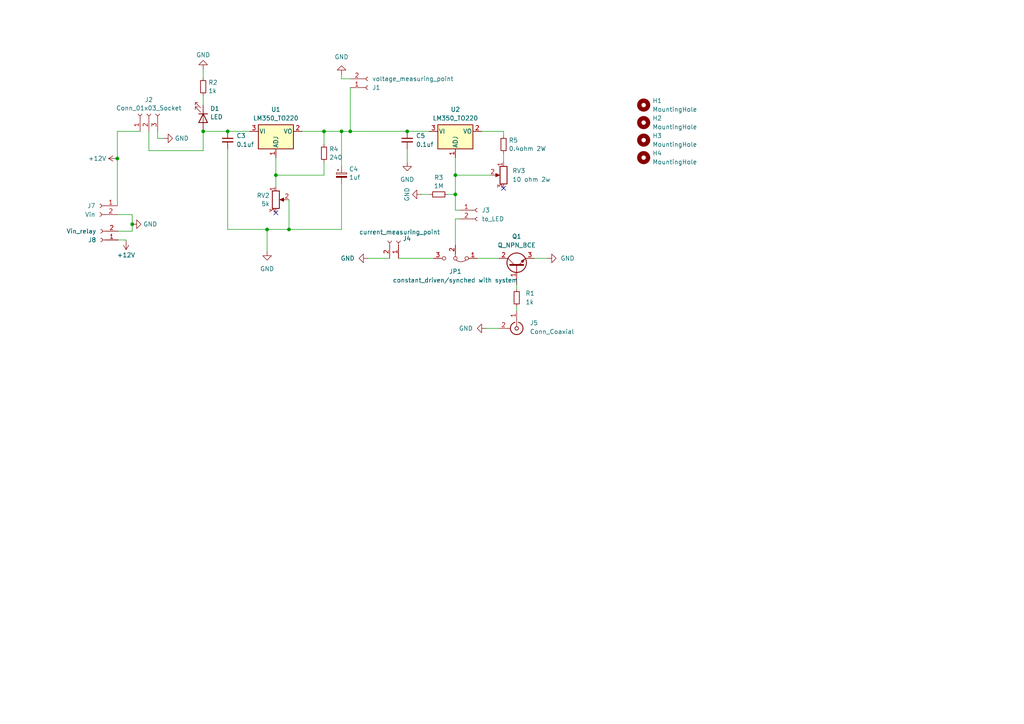
<source format=kicad_sch>
(kicad_sch (version 20230121) (generator eeschema)
  (paper "A4")
  (lib_symbols
    (symbol "Connector:Conn_01x02_Socket" (pin_names (offset 1.016) hide)
      (property "Reference" "J" (at 0 2.54 0))
      (property "Value" "Conn_01x02_Socket" (at 0 -5.08 0))
      (symbol "Conn_01x02_Socket_1_1"
        (arc (start 0 -2.032) (mid -0.5058 -2.54) (end 0 -3.048) (stroke (width 0.1524)))
        (polyline (pts (xy -1.27 -2.54) (xy -0.508 -2.54)) (stroke (width 0.1524)))
        (polyline (pts (xy -1.27 0) (xy -0.508 0)) (stroke (width 0.1524)))
        (arc (start 0 0.508) (mid -0.5058 0) (end 0 -0.508) (stroke (width 0.1524)))
        (pin passive line (at -5.08 0 0) (length 3.81) (name "Pin_1") (number "1"))
        (pin passive line (at -5.08 -2.54 0) (length 3.81) (name "Pin_2") (number "2"))
      )
    )
    (symbol "Connector:Conn_01x03_Socket" (pin_names (offset 1.016) hide)
      (property "Reference" "J" (at 0 5.08 0))
      (property "Value" "Conn_01x03_Socket" (at 0 -5.08 0))
      (symbol "Conn_01x03_Socket_1_1"
        (arc (start 0 -2.032) (mid -0.5058 -2.54) (end 0 -3.048) (stroke (width 0.1524)))
        (polyline (pts (xy -1.27 -2.54) (xy -0.508 -2.54)) (stroke (width 0.1524)))
        (polyline (pts (xy -1.27 0) (xy -0.508 0)) (stroke (width 0.1524)))
        (polyline (pts (xy -1.27 2.54) (xy -0.508 2.54)) (stroke (width 0.1524)))
        (arc (start 0 0.508) (mid -0.5058 0) (end 0 -0.508) (stroke (width 0.1524)))
        (arc (start 0 3.048) (mid -0.5058 2.54) (end 0 2.032) (stroke (width 0.1524)))
        (pin passive line (at -5.08 2.54 0) (length 3.81) (name "Pin_1") (number "1"))
        (pin passive line (at -5.08 0 0) (length 3.81) (name "Pin_2") (number "2"))
        (pin passive line (at -5.08 -2.54 0) (length 3.81) (name "Pin_3") (number "3"))
      )
    )
    (symbol "Connector:Conn_Coaxial" (pin_names (offset 1.016) hide)
      (property "Reference" "J" (at 0.254 3.048 0))
      (property "Value" "Conn_Coaxial" (at 2.921 0 90))
      (symbol "Conn_Coaxial_0_1"
        (arc (start -1.778 -0.508) (mid 0.2311 -1.8066) (end 1.778 0) (stroke (width 0.254)))
        (polyline (pts (xy -2.54 0) (xy -0.508 0)))
        (polyline (pts (xy 0 -2.54) (xy 0 -1.778)))
        (circle (center 0 0) (radius 0.508) (stroke (width 0.2032)))
        (arc (start 1.778 0) (mid 0.2099 1.8101) (end -1.778 0.508) (stroke (width 0.254)))
      )
      (symbol "Conn_Coaxial_1_1"
        (pin passive line (at -5.08 0 0) (length 2.54) (name "In") (number "1"))
        (pin passive line (at 0 -5.08 90) (length 2.54) (name "Ext") (number "2"))
      )
    )
    (symbol "Device:C_Polarized_Small" (pin_numbers hide) (pin_names (offset 0.254) hide)
      (property "Reference" "C" (at 0.254 1.778 0))
      (property "Value" "C_Polarized_Small" (at 0.254 -2.032 0))
      (symbol "C_Polarized_Small_0_1"
        (rectangle (start -1.524 -0.3048) (end 1.524 -0.6858) (fill (type outline)))
        (rectangle (start -1.524 0.6858) (end 1.524 0.3048))
        (polyline (pts (xy -1.27 1.524) (xy -0.762 1.524)))
        (polyline (pts (xy -1.016 1.27) (xy -1.016 1.778)))
      )
      (symbol "C_Polarized_Small_1_1"
        (pin passive line (at 0 2.54 270) (length 1.8542) (name "~") (number "1"))
        (pin passive line (at 0 -2.54 90) (length 1.8542) (name "~") (number "2"))
      )
    )
    (symbol "Device:C_Small" (pin_numbers hide) (pin_names (offset 0.254) hide)
      (property "Reference" "C" (at 0.254 1.778 0))
      (property "Value" "C_Small" (at 0.254 -2.032 0))
      (symbol "C_Small_0_1"
        (polyline (pts (xy -1.524 -0.508) (xy 1.524 -0.508)) (stroke (width 0.3302)))
        (polyline (pts (xy -1.524 0.508) (xy 1.524 0.508)) (stroke (width 0.3048)))
      )
      (symbol "C_Small_1_1"
        (pin passive line (at 0 2.54 270) (length 2.032) (name "~") (number "1"))
        (pin passive line (at 0 -2.54 90) (length 2.032) (name "~") (number "2"))
      )
    )
    (symbol "Device:LED" (pin_numbers hide) (pin_names (offset 1.016) hide)
      (property "Reference" "D" (at 0 2.54 0))
      (property "Value" "LED" (at 0 -2.54 0))
      (symbol "LED_0_1"
        (polyline (pts (xy -1.27 -1.27) (xy -1.27 1.27)) (stroke (width 0.254)))
        (polyline (pts (xy -1.27 0) (xy 1.27 0)))
        (polyline (pts (xy 1.27 -1.27) (xy 1.27 1.27) (xy -1.27 0) (xy 1.27 -1.27)) (stroke (width 0.254)))
        (polyline (pts (xy -3.048 -0.762) (xy -4.572 -2.286) (xy -3.81 -2.286) (xy -4.572 -2.286) (xy -4.572 -1.524)))
        (polyline (pts (xy -1.778 -0.762) (xy -3.302 -2.286) (xy -2.54 -2.286) (xy -3.302 -2.286) (xy -3.302 -1.524)))
      )
      (symbol "LED_1_1"
        (pin passive line (at -3.81 0 0) (length 2.54) (name "K") (number "1"))
        (pin passive line (at 3.81 0 180) (length 2.54) (name "A") (number "2"))
      )
    )
    (symbol "Device:Q_NPN_BCE" (pin_names (offset 0) hide)
      (property "Reference" "Q" (at 5.08 1.27 0))
      (property "Value" "Q_NPN_BCE" (at 5.08 -1.27 0))
      (symbol "Q_NPN_BCE_0_1"
        (polyline (pts (xy 0.635 0.635) (xy 2.54 2.54)))
        (polyline (pts (xy 0.635 -0.635) (xy 2.54 -2.54) (xy 2.54 -2.54)))
        (polyline (pts (xy 0.635 1.905) (xy 0.635 -1.905) (xy 0.635 -1.905)) (stroke (width 0.508)))
        (polyline (pts (xy 1.27 -1.778) (xy 1.778 -1.27) (xy 2.286 -2.286) (xy 1.27 -1.778) (xy 1.27 -1.778)) (fill (type outline)))
        (circle (center 1.27 0) (radius 2.8194) (stroke (width 0.254)))
      )
      (symbol "Q_NPN_BCE_1_1"
        (pin input line (at -5.08 0 0) (length 5.715) (name "B") (number "1"))
        (pin passive line (at 2.54 5.08 270) (length 2.54) (name "C") (number "2"))
        (pin passive line (at 2.54 -5.08 90) (length 2.54) (name "E") (number "3"))
      )
    )
    (symbol "Device:R_Potentiometer" (pin_names (offset 1.016) hide)
      (property "Reference" "RV" (at -4.445 0 90))
      (property "Value" "R_Potentiometer" (at -2.54 0 90))
      (symbol "R_Potentiometer_0_1"
        (polyline (pts (xy 2.54 0) (xy 1.524 0)))
        (polyline (pts (xy 1.143 0) (xy 2.286 0.508) (xy 2.286 -0.508) (xy 1.143 0)) (fill (type outline)))
        (rectangle (start 1.016 2.54) (end -1.016 -2.54) (stroke (width 0.254)))
      )
      (symbol "R_Potentiometer_1_1"
        (pin passive line (at 0 3.81 270) (length 1.27) (name "1") (number "1"))
        (pin passive line (at 3.81 0 180) (length 1.27) (name "2") (number "2"))
        (pin passive line (at 0 -3.81 90) (length 1.27) (name "3") (number "3"))
      )
    )
    (symbol "Device:R_Small" (pin_numbers hide) (pin_names (offset 0.254) hide)
      (property "Reference" "R" (at 0.762 0.508 0))
      (property "Value" "R_Small" (at 0.762 -1.016 0))
      (symbol "R_Small_0_1"
        (rectangle (start -0.762 1.778) (end 0.762 -1.778) (stroke (width 0.2032)))
      )
      (symbol "R_Small_1_1"
        (pin passive line (at 0 2.54 270) (length 0.762) (name "~") (number "1"))
        (pin passive line (at 0 -2.54 90) (length 0.762) (name "~") (number "2"))
      )
    )
    (symbol "Jumper:Jumper_3_Bridged12" (pin_names (offset 0) hide)
      (property "Reference" "JP" (at -2.54 -2.54 0))
      (property "Value" "Jumper_3_Bridged12" (at 0 2.794 0))
      (symbol "Jumper_3_Bridged12_0_0"
        (circle (center -3.302 0) (radius 0.508))
        (circle (center 0 0) (radius 0.508))
        (circle (center 3.302 0) (radius 0.508))
      )
      (symbol "Jumper_3_Bridged12_0_1"
        (arc (start -0.254 0.508) (mid -1.651 0.9912) (end -3.048 0.508))
        (polyline (pts (xy 0 -1.27) (xy 0 -0.508)))
      )
      (symbol "Jumper_3_Bridged12_1_1"
        (pin passive line (at -6.35 0 0) (length 2.54) (name "A") (number "1"))
        (pin passive line (at 0 -3.81 90) (length 2.54) (name "C") (number "2"))
        (pin passive line (at 6.35 0 180) (length 2.54) (name "B") (number "3"))
      )
    )
    (symbol "Mechanical:MountingHole" (pin_names (offset 1.016))
      (property "Reference" "H" (at 0 5.08 0))
      (property "Value" "MountingHole" (at 0 3.175 0))
      (symbol "MountingHole_0_1"
        (circle (center 0 0) (radius 1.27) (stroke (width 1.27)))
      )
    )
    (symbol "Regulator_Linear:LM350_TO220" (pin_names (offset 0.254))
      (property "Reference" "U" (at -3.81 3.175 0))
      (property "Value" "LM350_TO220" (at 0 3.175 0))
      (symbol "LM350_TO220_0_1"
        (rectangle (start -5.08 1.905) (end 5.08 -5.08) (stroke (width 0.254)) (fill (type background)))
      )
      (symbol "LM350_TO220_1_1"
        (pin input line (at 0 -7.62 90) (length 2.54) (name "ADJ") (number "1"))
        (pin power_out line (at 7.62 0 180) (length 2.54) (name "VO") (number "2"))
        (pin power_in line (at -7.62 0 0) (length 2.54) (name "VI") (number "3"))
      )
    )
    (symbol "power:+12V" (power) (pin_names (offset 0))
      (property "Value" "+12V" (at 0 3.556 0))
      (symbol "+12V_0_1"
        (polyline (pts (xy -0.762 1.27) (xy 0 2.54)))
        (polyline (pts (xy 0 0) (xy 0 2.54)))
        (polyline (pts (xy 0 2.54) (xy 0.762 1.27)))
      )
      (symbol "+12V_1_1"
        (pin power_in line (at 0 0 90) (length 0) hide (name "+12V") (number "1"))
      )
    )
    (symbol "power:GND" (power) (pin_names (offset 0))
      (property "Value" "GND" (at 0 -3.81 0))
      (symbol "GND_0_1"
        (polyline (pts (xy 0 0) (xy 0 -1.27) (xy 1.27 -1.27) (xy 0 -2.54) (xy -1.27 -1.27) (xy 0 -1.27)))
      )
      (symbol "GND_1_1"
        (pin power_in line (at 0 0 270) (length 0) hide (name "GND") (number "1"))
      )
    )
  )
  (junction (at 38.354 65.024))
  (junction (at 83.82 66.548))
  (junction (at 99.06 38.1))
  (junction (at 101.6 38.1))
  (junction (at 58.928 38.1))
  (junction (at 132.08 56.388))
  (junction (at 66.04 38.1))
  (junction (at 93.98 38.1))
  (junction (at 118.11 38.1))
  (junction (at 132.08 50.8))
  (junction (at 34.036 45.974))
  (junction (at 77.47 66.548))
  (junction (at 80.01 50.8))
  (no_connect (at 146.05 54.61))
  (no_connect (at 80.01 61.722))
  (wire (pts (xy 83.82 66.548) (xy 99.06 66.548)))
  (wire (pts (xy 38.354 62.23) (xy 38.354 65.024)))
  (wire (pts (xy 115.57 74.93) (xy 125.73 74.93)))
  (wire (pts (xy 146.05 44.45) (xy 146.05 46.99)))
  (wire (pts (xy 101.6 22.86) (xy 99.06 22.86)))
  (wire (pts (xy 93.98 46.99) (xy 93.98 50.8)))
  (wire (pts (xy 58.928 20.066) (xy 58.928 22.606)))
  (wire (pts (xy 87.63 38.1) (xy 93.98 38.1)))
  (wire (pts (xy 83.82 57.912) (xy 83.82 66.548)))
  (wire (pts (xy 66.04 38.1) (xy 58.928 38.1)))
  (wire (pts (xy 47.498 40.132) (xy 45.72 40.132)))
  (wire (pts (xy 45.72 40.132) (xy 45.72 38.1)))
  (wire (pts (xy 132.08 60.96) (xy 133.35 60.96)))
  (wire (pts (xy 99.06 38.1) (xy 101.6 38.1)))
  (wire (pts (xy 34.036 45.974) (xy 34.036 59.69)))
  (wire (pts (xy 132.08 50.8) (xy 142.24 50.8)))
  (wire (pts (xy 34.036 38.1) (xy 40.64 38.1)))
  (wire (pts (xy 43.18 43.688) (xy 43.18 38.1)))
  (wire (pts (xy 80.01 50.8) (xy 80.01 54.102)))
  (wire (pts (xy 140.97 95.25) (xy 144.78 95.25)))
  (wire (pts (xy 66.04 38.1) (xy 72.39 38.1)))
  (wire (pts (xy 138.43 74.93) (xy 144.78 74.93)))
  (wire (pts (xy 34.036 62.23) (xy 38.354 62.23)))
  (wire (pts (xy 66.04 43.18) (xy 66.04 66.548)))
  (wire (pts (xy 36.576 69.85) (xy 36.576 69.596)))
  (wire (pts (xy 129.794 56.388) (xy 132.08 56.388)))
  (wire (pts (xy 77.47 66.548) (xy 83.82 66.548)))
  (wire (pts (xy 118.11 38.1) (xy 124.46 38.1)))
  (wire (pts (xy 58.928 38.1) (xy 58.928 43.688)))
  (wire (pts (xy 132.08 45.72) (xy 132.08 50.8)))
  (wire (pts (xy 80.01 50.8) (xy 93.98 50.8)))
  (wire (pts (xy 106.68 74.93) (xy 113.03 74.93)))
  (wire (pts (xy 58.928 43.688) (xy 43.18 43.688)))
  (wire (pts (xy 34.036 38.1) (xy 34.036 45.974)))
  (wire (pts (xy 101.6 25.4) (xy 101.6 38.1)))
  (wire (pts (xy 118.11 43.18) (xy 118.11 46.99)))
  (wire (pts (xy 132.08 56.388) (xy 132.08 60.96)))
  (wire (pts (xy 99.06 22.86) (xy 99.06 21.59)))
  (wire (pts (xy 149.86 88.9) (xy 149.86 90.17)))
  (wire (pts (xy 149.86 82.55) (xy 149.86 83.82)))
  (wire (pts (xy 99.06 38.1) (xy 93.98 38.1)))
  (wire (pts (xy 99.06 53.34) (xy 99.06 66.548)))
  (wire (pts (xy 139.7 38.1) (xy 146.05 38.1)))
  (wire (pts (xy 132.08 50.8) (xy 132.08 56.388)))
  (wire (pts (xy 99.06 38.1) (xy 99.06 48.26)))
  (wire (pts (xy 101.6 38.1) (xy 118.11 38.1)))
  (wire (pts (xy 124.714 56.388) (xy 122.174 56.388)))
  (wire (pts (xy 34.29 67.056) (xy 38.354 67.056)))
  (wire (pts (xy 36.576 69.596) (xy 34.29 69.596)))
  (wire (pts (xy 80.01 45.72) (xy 80.01 50.8)))
  (wire (pts (xy 77.47 66.548) (xy 77.47 72.898)))
  (wire (pts (xy 93.98 38.1) (xy 93.98 41.91)))
  (wire (pts (xy 146.05 38.1) (xy 146.05 39.37)))
  (wire (pts (xy 38.354 67.056) (xy 38.354 65.024)))
  (wire (pts (xy 132.08 63.5) (xy 132.08 71.12)))
  (wire (pts (xy 58.928 27.686) (xy 58.928 30.48)))
  (wire (pts (xy 133.35 63.5) (xy 132.08 63.5)))
  (wire (pts (xy 66.04 66.548) (xy 77.47 66.548)))
  (wire (pts (xy 154.94 74.93) (xy 158.75 74.93)))
  (symbol (lib_id "Device:R_Small") (at 149.86 86.36 0) (unit 1)
    (property "Reference" "R1" (at 152.4 85.09 0) (effects (justify left)))
    (property "Value" "1k" (at 152.4 87.63 0) (effects (justify left)))
    (property "Footprint" "Resistor_THT:R_Axial_DIN0411_L9.9mm_D3.6mm_P15.24mm_Horizontal" (effects hide))
  )
  (symbol (lib_id "Device:C_Small") (at 118.11 40.64 0) (unit 1)
    (property "Reference" "C5" (at 120.65 39.3763 0) (effects (justify left)))
    (property "Value" "0.1uf" (at 120.65 41.9163 0) (effects (justify left)))
    (property "Footprint" "Capacitor_THT:C_Disc_D9.0mm_W2.5mm_P5.00mm" (effects hide))
  )
  (symbol (lib_id "Device:R_Small") (at 127.254 56.388 270) (unit 1)
    (property "Reference" "R3" (at 127.254 51.5071 90))
    (property "Value" "1M" (at 127.254 53.9313 90))
    (property "Footprint" "Resistor_THT:R_Axial_DIN0411_L9.9mm_D3.6mm_P15.24mm_Horizontal" (effects hide))
  )
  (symbol (lib_id "Connector:Conn_01x02_Socket") (at 138.43 60.96 0) (unit 1)
    (property "Reference" "J3" (at 139.7 60.96 0) (effects (justify left)))
    (property "Value" "to_LED" (at 139.7 63.5 0) (effects (justify left)))
    (property "Footprint" "Connector_JST:JST_XH_B2B-XH-A_1x02_P2.50mm_Vertical" (effects hide))
  )
  (symbol (lib_id "Device:R_Small") (at 146.05 41.91 0) (unit 1)
    (property "Reference" "R5" (at 147.5486 40.6979 0) (effects (justify left)))
    (property "Value" "0.4ohm 2W" (at 147.5486 43.1221 0) (effects (justify left)))
    (property "Footprint" "Resistor_THT:R_Axial_DIN0411_L9.9mm_D3.6mm_P15.24mm_Horizontal" (effects hide))
  )
  (symbol (lib_id "Device:R_Potentiometer") (at 146.05 50.8 0) (mirror y) (unit 1)
    (property "Reference" "RV3" (at 148.59 49.53 0) (effects (justify right)))
    (property "Value" "10 ohm 2w" (at 148.59 52.07 0) (effects (justify right)))
    (property "Footprint" "Connector_PinHeader_2.54mm:PinHeader_1x03_P2.54mm_Vertical" (effects hide))
  )
  (symbol (lib_id "Device:LED") (at 58.928 34.29 270) (unit 1)
    (property "Reference" "D1" (at 60.96 31.4904 90) (effects (justify left)))
    (property "Value" "LED" (at 60.96 33.9146 90) (effects (justify left)))
    (property "Footprint" "LED_THT:LED_D5.0mm_Clear" (effects hide))
  )
  (symbol (lib_id "power:GND") (at 77.47 72.898 0) (unit 1)
    (property "Reference" "#PWR01" (effects hide))
    (property "Value" "GND" (at 77.47 77.978 0))
  )
  (symbol (lib_id "power:GND") (at 47.498 40.132 90) (unit 1)
    (property "Reference" "#PWR07" (effects hide))
    (property "Value" "GND" (at 50.673 40.132 90) (effects (justify right)))
  )
  (symbol (lib_id "power:GND") (at 99.06 21.59 180) (unit 1)
    (property "Reference" "#PWR02" (effects hide))
    (property "Value" "GND" (at 99.06 16.51 0))
  )
  (symbol (lib_id "power:GND") (at 106.68 74.93 270) (mirror x) (unit 1)
    (property "Reference" "#PWR010" (effects hide))
    (property "Value" "GND" (at 102.87 74.93 90) (effects (justify right)))
  )
  (symbol (lib_id "Connector:Conn_01x03_Socket") (at 43.18 33.02 90) (unit 1)
    (property "Reference" "J2" (at 43.18 28.9265 90))
    (property "Value" "Conn_01x03_Socket" (at 43.18 31.3507 90))
    (property "Footprint" "Connector_JST:JST_XH_B3B-XH-A_1x03_P2.50mm_Vertical" (effects hide))
  )
  (symbol (lib_id "Jumper:Jumper_3_Bridged12") (at 132.08 74.93 180) (unit 1)
    (property "Reference" "JP1" (at 132.08 78.74 0))
    (property "Value" "constant_driven/synched with system" (at 132.08 81.28 0))
    (property "Footprint" "Connector_PinHeader_2.54mm:PinHeader_1x03_P2.54mm_Vertical" (effects hide))
  )
  (symbol (lib_id "Regulator_Linear:LM350_TO220") (at 80.01 38.1 0) (unit 1)
    (property "Reference" "U1" (at 80.01 31.75 0))
    (property "Value" "LM350_TO220" (at 80.01 34.29 0))
    (property "Footprint" "Package_TO_SOT_THT:TO-220-3_Vertical" (effects hide))
    (property "Datasheet" "https://www.onsemi.com/pub/Collateral/LM350-D.pdf" (effects hide))
  )
  (symbol (lib_id "Device:R_Potentiometer") (at 80.01 57.912 0) (unit 1)
    (property "Reference" "RV2" (at 78.2321 56.6999 0) (effects (justify right)))
    (property "Value" "5k" (at 78.2321 59.1241 0) (effects (justify right)))
    (property "Footprint" "Connector_PinHeader_2.54mm:PinHeader_1x03_P2.54mm_Vertical" (effects hide))
  )
  (symbol (lib_id "Regulator_Linear:LM350_TO220") (at 132.08 38.1 0) (unit 1)
    (property "Reference" "U2" (at 132.08 31.75 0))
    (property "Value" "LM350_TO220" (at 132.08 34.29 0))
    (property "Footprint" "Package_TO_SOT_THT:TO-220-3_Vertical" (effects hide))
    (property "Datasheet" "https://www.onsemi.com/pub/Collateral/LM350-D.pdf" (effects hide))
  )
  (symbol (lib_id "Connector:Conn_01x02_Socket") (at 115.57 69.85 270) (mirror x) (unit 1)
    (property "Reference" "J4" (at 116.84 69.215 90) (effects (justify left)))
    (property "Value" "current_measuring_point" (at 104.14 67.31 90) (effects (justify left)))
    (property "Footprint" "Connector_JST:JST_XH_B2B-XH-A_1x02_P2.50mm_Vertical" (effects hide))
  )
  (symbol (lib_id "power:GND") (at 38.354 65.024 90) (unit 1)
    (property "Reference" "#PWR04" (effects hide))
    (property "Value" "GND" (at 41.529 65.024 90) (effects (justify right)))
  )
  (symbol (lib_id "Mechanical:MountingHole") (at 186.69 35.56 0) (unit 1)
    (property "Reference" "H2" (at 189.23 34.29 0) (effects (justify left)))
    (property "Value" "MountingHole" (at 189.23 36.83 0) (effects (justify left)))
    (property "Footprint" "MountingHole:MountingHole_3.2mm_M3" (effects hide))
  )
  (symbol (lib_id "power:+12V") (at 36.576 69.85 180) (unit 1)
    (property "Reference" "#PWR06" (effects hide))
    (property "Value" "+12V" (at 36.576 73.9831 0))
  )
  (symbol (lib_id "power:+12V") (at 34.036 45.974 90) (unit 1)
    (property "Reference" "#PWR05" (effects hide))
    (property "Value" "+12V" (at 30.861 45.974 90) (effects (justify left)))
  )
  (symbol (lib_id "Connector:Conn_01x02_Socket") (at 106.68 25.4 0) (mirror x) (unit 1)
    (property "Reference" "J1" (at 107.95 25.4 0) (effects (justify left)))
    (property "Value" "voltage_measuring_point" (at 107.95 22.86 0) (effects (justify left)))
    (property "Footprint" "Connector_JST:JST_XH_B2B-XH-A_1x02_P2.50mm_Vertical" (effects hide))
  )
  (symbol (lib_id "power:GND") (at 140.97 95.25 270) (mirror x) (unit 1)
    (property "Reference" "#PWR011" (effects hide))
    (property "Value" "GND" (at 137.16 95.25 90) (effects (justify right)))
  )
  (symbol (lib_id "power:GND") (at 118.11 46.99 0) (unit 1)
    (property "Reference" "#PWR03" (effects hide))
    (property "Value" "GND" (at 118.11 52.07 0))
  )
  (symbol (lib_id "Device:C_Small") (at 66.04 40.64 0) (unit 1)
    (property "Reference" "C3" (at 68.58 39.3763 0) (effects (justify left)))
    (property "Value" "0.1uf" (at 68.58 41.9163 0) (effects (justify left)))
    (property "Footprint" "Capacitor_THT:C_Disc_D9.0mm_W2.5mm_P5.00mm" (effects hide))
  )
  (symbol (lib_id "power:GND") (at 158.75 74.93 90) (mirror x) (unit 1)
    (property "Reference" "#PWR012" (effects hide))
    (property "Value" "GND" (at 162.56 74.93 90) (effects (justify right)))
  )
  (symbol (lib_id "Mechanical:MountingHole") (at 186.69 30.48 0) (unit 1)
    (property "Reference" "H1" (at 189.23 29.21 0) (effects (justify left)))
    (property "Value" "MountingHole" (at 189.23 31.75 0) (effects (justify left)))
    (property "Footprint" "MountingHole:MountingHole_3.2mm_M3" (effects hide))
  )
  (symbol (lib_id "Mechanical:MountingHole") (at 186.69 40.64 0) (unit 1)
    (property "Reference" "H3" (at 189.23 39.37 0) (effects (justify left)))
    (property "Value" "MountingHole" (at 189.23 41.91 0) (effects (justify left)))
    (property "Footprint" "MountingHole:MountingHole_3.2mm_M3" (effects hide))
  )
  (symbol (lib_id "Connector:Conn_01x02_Socket") (at 28.956 59.69 0) (mirror y) (unit 1)
    (property "Reference" "J7" (at 27.686 59.69 0) (effects (justify left)))
    (property "Value" "Vin" (at 27.686 62.23 0) (effects (justify left)))
    (property "Footprint" "Connector_JST:JST_XH_B2B-XH-A_1x02_P2.50mm_Vertical" (effects hide))
  )
  (symbol (lib_id "power:GND") (at 58.928 20.066 180) (unit 1)
    (property "Reference" "#PWR08" (effects hide))
    (property "Value" "GND" (at 58.928 15.9329 0))
  )
  (symbol (lib_id "Connector:Conn_01x02_Socket") (at 29.21 69.596 180) (unit 1)
    (property "Reference" "J8" (at 27.94 69.596 0) (effects (justify left)))
    (property "Value" "Vin_relay" (at 27.94 67.056 0) (effects (justify left)))
    (property "Footprint" "Connector_JST:JST_XH_B2B-XH-A_1x02_P2.50mm_Vertical" (effects hide))
  )
  (symbol (lib_id "Device:C_Polarized_Small") (at 99.06 50.8 0) (unit 1)
    (property "Reference" "C4" (at 101.219 49.0418 0) (effects (justify left)))
    (property "Value" "1uf" (at 101.219 51.466 0) (effects (justify left)))
    (property "Footprint" "Capacitor_THT:CP_Radial_D10.0mm_P5.00mm" (effects hide))
  )
  (symbol (lib_id "Mechanical:MountingHole") (at 186.69 45.72 0) (unit 1)
    (property "Reference" "H4" (at 189.23 44.45 0) (effects (justify left)))
    (property "Value" "MountingHole" (at 189.23 46.99 0) (effects (justify left)))
    (property "Footprint" "MountingHole:MountingHole_3.2mm_M3" (effects hide))
  )
  (symbol (lib_id "Device:Q_NPN_BCE") (at 149.86 77.47 90) (unit 1)
    (property "Reference" "Q1" (at 149.86 68.58 90))
    (property "Value" "Q_NPN_BCE" (at 149.86 71.12 90))
    (property "Footprint" "Package_TO_SOT_THT:TO-220-3_Vertical" (effects hide))
  )
  (symbol (lib_id "power:GND") (at 122.174 56.388 270) (mirror x) (unit 1)
    (property "Reference" "#PWR09" (effects hide))
    (property "Value" "GND" (at 118.0409 56.388 0))
  )
  (symbol (lib_id "Device:R_Small") (at 93.98 44.45 0) (unit 1)
    (property "Reference" "R4" (at 95.4786 43.2379 0) (effects (justify left)))
    (property "Value" "240" (at 95.4786 45.6621 0) (effects (justify left)))
    (property "Footprint" "Resistor_THT:R_Axial_DIN0411_L9.9mm_D3.6mm_P15.24mm_Horizontal" (effects hide))
  )
  (symbol (lib_id "Connector:Conn_Coaxial") (at 149.86 95.25 270) (unit 1)
    (property "Reference" "J5" (at 153.67 93.6625 90) (effects (justify left)))
    (property "Value" "Conn_Coaxial" (at 153.67 96.2025 90) (effects (justify left)))
    (property "Footprint" "Connector_JST:JST_XH_B2B-XH-A_1x02_P2.50mm_Vertical" (effects hide))
    (property "Datasheet" " ~" (effects hide))
  )
  (symbol (lib_id "Device:R_Small") (at 58.928 25.146 0) (unit 1)
    (property "Reference" "R2" (at 60.4266 23.9339 0) (effects (justify left)))
    (property "Value" "1k" (at 60.4266 26.3581 0) (effects (justify left)))
    (property "Footprint" "Resistor_THT:R_Axial_DIN0411_L9.9mm_D3.6mm_P15.24mm_Horizontal" (effects hide))
  )
)
</source>
